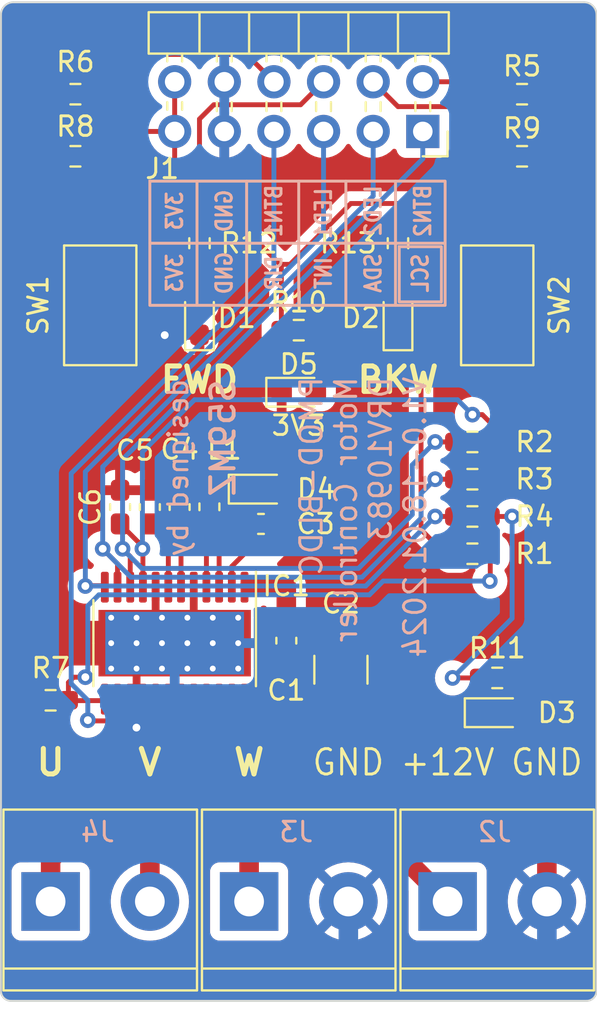
<source format=kicad_pcb>
(kicad_pcb (version 20221018) (generator pcbnew)
  (title_block (title "PMOD - BLDC") (date "2024-01-16") (rev "1.0") (company "S59MZ"))
  (layers (0 "F.Cu" signal) (31 "B.Cu" signal) (34 "B.Paste" user) (35 "F.Paste" user) (36 "B.SilkS" user "B.Silkscreen") (37 "F.SilkS" user "F.Silkscreen") (38 "B.Mask" user) (39 "F.Mask" user) (44 "Edge.Cuts" user))
  (net 0 "")
  (net 1 "+12V")
  (net 2 "Net-(IC1-VCP)")
  (net 3 "GND")
  (net 4 "Net-(IC1-CPN)")
  (net 5 "Net-(IC1-CPP)")
  (net 6 "Net-(IC1-V1P8)")
  (net 7 "/v3p3")
  (net 8 "Net-(D2-A)")
  (net 9 "Net-(D3-A)")
  (net 10 "Net-(D5-A)")
  (net 11 "Net-(IC1-SW)")
  (net 12 "/scl")
  (net 13 "/sda")
  (net 14 "/int")
  (net 15 "/speed")
  (net 16 "/dir")
  (net 17 "/U")
  (net 18 "/V")
  (net 19 "/W")
  (net 20 "/led1")
  (net 21 "/led2")
  (net 22 "Net-(J1-Pin_2)")
  (net 23 "Net-(J1-Pin_8)")
  (net 24 "+3V3")
  (net 25 "/btn1")
  (net 26 "/btn2")
  (net 27 "Net-(D4-K)")
  (net 28 "Net-(D1-A)")
  (footprint "Resistor_SMD:R_0603_1608Metric_Pad0.98x0.95mm_HandSolder" (layer "F.Cu") (at 101.6 86.233 180)
    (fp_text reference "R7" (at 0 1.651) (layer "F.SilkS"))
    (fp_text value "4k7")
    (pad "1" smd roundrect (at -0.9125 0 180) (size 0.975 0.95) (layers "F.Cu" "F.Paste" "F.Mask") (net 15 "/speed"))
    (pad "2" smd roundrect (at 0.9125 0 180) (size 0.975 0.95) (layers "F.Cu" "F.Paste" "F.Mask") (net 3 "GND"))
  )
  (footprint "Resistor_SMD:R_0603_1608Metric_Pad0.98x0.95mm_HandSolder" (layer "F.Cu") (at 123.19 73.025 180)
    (fp_text reference "R2" (at -3.175 0) (layer "F.SilkS"))
    (fp_text value "4k7")
    (pad "1" smd roundrect (at -0.9125 0 180) (size 0.975 0.95) (layers "F.Cu" "F.Paste" "F.Mask") (net 7 "/v3p3"))
    (pad "2" smd roundrect (at 0.9125 0 180) (size 0.975 0.95) (layers "F.Cu" "F.Paste" "F.Mask") (net 12 "/scl"))
  )
  (footprint "LED_SMD:LED_0603_1608Metric_Pad1.05x0.95mm_HandSolder" (layer "F.Cu") (at 109.22 66.675 90)
    (fp_text reference "D1" (at 0 1.905) (layer "F.SilkS"))
    (fp_text value "Red")
    (pad "1" smd roundrect (at -0.875 0 90) (size 1.05 0.95) (layers "F.Cu" "F.Paste" "F.Mask") (net 3 "GND"))
    (pad "2" smd roundrect (at 0.875 0 90) (size 1.05 0.95) (layers "F.Cu" "F.Paste" "F.Mask") (net 28 "Net-(D1-A)"))
  )
  (footprint "LED_SMD:LED_0603_1608Metric_Pad1.05x0.95mm_HandSolder" (layer "F.Cu") (at 124.46 86.868)
    (fp_text reference "D3" (at 3.048 0) (layer "F.SilkS"))
    (fp_text value "Green")
    (pad "1" smd roundrect (at -0.875 0) (size 1.05 0.95) (layers "F.Cu" "F.Paste" "F.Mask") (net 3 "GND"))
    (pad "2" smd roundrect (at 0.875 0) (size 1.05 0.95) (layers "F.Cu" "F.Paste" "F.Mask") (net 9 "Net-(D3-A)"))
  )
  (footprint "Capacitor_SMD:C_0603_1608Metric_Pad1.08x0.95mm_HandSolder" (layer "F.Cu") (at 106.68 76.3535 -90)
    (fp_text reference "C5" (at -2.8945 0.762) (layer "F.SilkS"))
    (fp_text value "1u")
    (pad "1" smd roundrect (at -0.8625 0 270) (size 1.075 0.95) (layers "F.Cu" "F.Paste" "F.Mask") (net 3 "GND"))
    (pad "2" smd roundrect (at 0.8625 0 270) (size 1.075 0.95) (layers "F.Cu" "F.Paste" "F.Mask") (net 6 "Net-(IC1-V1P8)"))
  )
  (footprint "Button_Switch_SMD:SW_SPST_CK_RS282G05A3" (layer "F.Cu") (at 104.14 66.04 -90)
    (fp_text reference "SW1" (at 0 3.175 90) (layer "F.SilkS"))
    (fp_text value "BTN1")
    (pad "1" smd rect (at -3.9 0 270) (size 1.5 1.5) (layers "F.Cu" "F.Paste" "F.Mask") (net 25 "/btn1"))
    (pad "2" smd rect (at 3.9 0 270) (size 1.5 1.5) (layers "F.Cu" "F.Paste" "F.Mask") (net 3 "GND"))
  )
  (footprint "Library:PinHeader_2x06_P2.54mm_Horizontal" (layer "F.Cu") (at 120.65 57.15 90)
    (fp_text reference "J1" (at -1.905 -13.335) (layer "F.SilkS"))
    (fp_text value "pmod")
    (pad "1" thru_hole rect (at 0 0 90) (size 1.7 1.7) (drill 1) (layers "*.Cu" "*.Mask") (net 12 "/scl"))
    (pad "2" thru_hole oval (at 2.54 0 90) (size 1.7 1.7) (drill 1) (layers "*.Cu" "*.Mask") (net 22 "Net-(J1-Pin_2)"))
    (pad "3" thru_hole oval (at 0 -2.54 90) (size 1.7 1.7) (drill 1) (layers "*.Cu" "*.Mask") (net 13 "/sda"))
    (pad "4" thru_hole oval (at 2.54 -2.54 90) (size 1.7 1.7) (drill 1) (layers "*.Cu" "*.Mask") (net 21 "/led2"))
    (pad "5" thru_hole oval (at 0 -5.08 90) (size 1.7 1.7) (drill 1) (layers "*.Cu" "*.Mask") (net 14 "/int"))
    (pad "6" thru_hole oval (at 2.54 -5.08 90) (size 1.7 1.7) (drill 1) (layers "*.Cu" "*.Mask") (net 20 "/led1"))
    (pad "7" thru_hole oval (at 0 -7.62 90) (size 1.7 1.7) (drill 1) (layers "*.Cu" "*.Mask") (net 16 "/dir"))
    (pad "8" thru_hole oval (at 2.54 -7.62 90) (size 1.7 1.7) (drill 1) (layers "*.Cu" "*.Mask") (net 23 "Net-(J1-Pin_8)"))
    (pad "9" thru_hole oval (at 0 -10.16 90) (size 1.7 1.7) (drill 1) (layers "*.Cu" "*.Mask") (net 3 "GND"))
    (pad "10" thru_hole oval (at 2.54 -10.16 90) (size 1.7 1.7) (drill 1) (layers "*.Cu" "*.Mask") (net 3 "GND"))
    (pad "11" thru_hole oval (at 0 -12.7 90) (size 1.7 1.7) (drill 1) (layers "*.Cu" "*.Mask") (net 24 "+3V3"))
    (pad "12" thru_hole oval (at 2.54 -12.7 90) (size 1.7 1.7) (drill 1) (layers "*.Cu" "*.Mask") (net 24 "+3V3"))
  )
  (footprint "Resistor_SMD:R_0603_1608Metric_Pad0.98x0.95mm_HandSolder" (layer "F.Cu") (at 125.73 55.245)
    (fp_text reference "R5" (at 0 -1.43) (layer "F.SilkS"))
    (fp_text value "4k7")
    (pad "1" smd roundrect (at -0.9125 0) (size 0.975 0.95) (layers "F.Cu" "F.Paste" "F.Mask") (net 22 "Net-(J1-Pin_2)"))
    (pad "2" smd roundrect (at 0.9125 0) (size 0.975 0.95) (layers "F.Cu" "F.Paste" "F.Mask") (net 26 "/btn2"))
  )
  (footprint "Library:TerminalBlock_bornier-2_P5.08mm" (layer "F.Cu") (at 121.92 96.52)
    (fp_text reference "J2" (at 2.413 -3.556) (layer "B.SilkS") (effects (justify mirror)))
    (fp_text value "8-28V")
    (pad "1" thru_hole rect (at 0 0) (size 3 3) (drill 1.52) (layers "*.Cu" "*.Mask") (net 1 "+12V"))
    (pad "2" thru_hole circle (at 5.08 0) (size 3 3) (drill 1.52) (layers "*.Cu" "*.Mask") (net 3 "GND"))
  )
  (footprint "Capacitor_SMD:C_0603_1608Metric_Pad1.08x0.95mm_HandSolder" (layer "F.Cu") (at 112.3685 77.216)
    (fp_text reference "C3" (at 2.794 0) (layer "F.SilkS"))
    (fp_text value "100n")
    (pad "1" smd roundrect (at -0.8625 0) (size 1.075 0.95) (layers "F.Cu" "F.Paste" "F.Mask") (net 4 "Net-(IC1-CPN)"))
    (pad "2" smd roundrect (at 0.8625 0) (size 1.075 0.95) (layers "F.Cu" "F.Paste" "F.Mask") (net 5 "Net-(IC1-CPP)"))
  )
  (footprint "Resistor_SMD:R_0603_1608Metric_Pad0.98x0.95mm_HandSolder" (layer "F.Cu") (at 123.19 78.74 180)
    (fp_text reference "R1" (at -3.175 0) (layer "F.SilkS"))
    (fp_text value "0")
    (pad "1" smd roundrect (at -0.9125 0 180) (size 0.975 0.95) (layers "F.Cu" "F.Paste" "F.Mask") (net 15 "/speed"))
    (pad "2" smd roundrect (at 0.9125 0 180) (size 0.975 0.95) (layers "F.Cu" "F.Paste" "F.Mask") (net 21 "/led2"))
  )
  (footprint "Diode_SMD:D_0603_1608Metric_Pad1.05x0.95mm_HandSolder" (layer "F.Cu") (at 112.381 75.438)
    (fp_text reference "D4" (at 2.808 0) (layer "F.SilkS"))
    (fp_text value "4V")
    (pad "1" smd roundrect (at -0.875 0) (size 1.05 0.95) (layers "F.Cu" "F.Paste" "F.Mask") (net 27 "Net-(D4-K)"))
    (pad "2" smd roundrect (at 0.875 0) (size 1.05 0.95) (layers "F.Cu" "F.Paste" "F.Mask") (net 3 "GND"))
  )
  (footprint "Library:TerminalBlock_bornier-2_P5.08mm" (layer "F.Cu") (at 101.6 96.52)
    (fp_text reference "J4" (at 2.413 -3.556) (layer "B.SilkS") (effects (justify mirror)))
    (fp_text value "Motor")
    (pad "1" thru_hole rect (at 0 0) (size 3 3) (drill 1.52) (layers "*.Cu" "*.Mask") (net 17 "/U"))
    (pad "2" thru_hole circle (at 5.08 0) (size 3 3) (drill 1.52) (layers "*.Cu" "*.Mask") (net 18 "/V"))
  )
  (footprint "Resistor_SMD:R_0603_1608Metric_Pad0.98x0.95mm_HandSolder" (layer "F.Cu") (at 109.22 62.865 -90)
    (fp_text reference "R12" (at 0 -2.54) (layer "F.SilkS"))
    (fp_text value "4k7")
    (pad "1" smd roundrect (at -0.9125 0 270) (size 0.975 0.95) (layers "F.Cu" "F.Paste" "F.Mask") (net 20 "/led1"))
    (pad "2" smd roundrect (at 0.9125 0 270) (size 0.975 0.95) (layers "F.Cu" "F.Paste" "F.Mask") (net 28 "Net-(D1-A)"))
  )
  (footprint "Capacitor_SMD:C_1210_3225Metric_Pad1.33x2.70mm_HandSolder" (layer "F.Cu") (at 116.459 84.6705 90)
    (fp_text reference "C2" (at 3.3905 0) (layer "F.SilkS"))
    (fp_text value "10u")
    (pad "1" smd roundrect (at -1.5625 0 90) (size 1.325 2.7) (layers "F.Cu" "F.Paste" "F.Mask") (roundrect_rratio 0.1886792453) (net 1 "+12V"))
    (pad "2" smd roundrect (at 1.5625 0 90) (size 1.325 2.7) (layers "F.Cu" "F.Paste" "F.Mask") (roundrect_rratio 0.1886792453) (net 3 "GND"))
  )
  (footprint "Resistor_SMD:R_0603_1608Metric_Pad0.98x0.95mm_HandSolder" (layer "F.Cu") (at 123.19 74.93 180)
    (fp_text reference "R3" (at -3.175 0) (layer "F.SilkS"))
    (fp_text value "4k7")
    (pad "1" smd roundrect (at -0.9125 0 180) (size 0.975 0.95) (layers "F.Cu" "F.Paste" "F.Mask") (net 7 "/v3p3"))
    (pad "2" smd roundrect (at 0.9125 0 180) (size 0.975 0.95) (layers "F.Cu" "F.Paste" "F.Mask") (net 13 "/sda"))
  )
  (footprint "Capacitor_SMD:C_0603_1608Metric_Pad1.08x0.95mm_HandSolder" (layer "F.Cu") (at 105.156 76.3535 -90)
    (fp_text reference "C6" (at 0 1.524 90) (layer "F.SilkS"))
    (fp_text value "1u")
    (pad "1" smd roundrect (at -0.8625 0 270) (size 1.075 0.95) (layers "F.Cu" "F.Paste" "F.Mask") (net 3 "GND"))
    (pad "2" smd roundrect (at 0.8625 0 270) (size 1.075 0.95) (layers "F.Cu" "F.Paste" "F.Mask") (net 7 "/v3p3"))
  )
  (footprint "Resistor_SMD:R_0603_1608Metric_Pad0.98x0.95mm_HandSolder" (layer "F.Cu") (at 114.3 67.31)
    (fp_text reference "R10" (at 0 -1.43) (layer "F.SilkS"))
    (fp_text value "4k7")
    (pad "1" smd roundrect (at -0.9125 0) (size 0.975 0.95) (layers "F.Cu" "F.Paste" "F.Mask") (net 24 "+3V3"))
    (pad "2" smd roundrect (at 0.9125 0) (size 0.975 0.95) (layers "F.Cu" "F.Paste" "F.Mask") (net 10 "Net-(D5-A)"))
  )
  (footprint "Resistor_SMD:R_0603_1608Metric_Pad0.98x0.95mm_HandSolder" (layer "F.Cu") (at 123.19 76.835 180)
    (fp_text reference "R4" (at -3.175 0) (layer "F.SilkS"))
    (fp_text value "4k7")
    (pad "1" smd roundrect (at -0.9125 0 180) (size 0.975 0.95) (layers "F.Cu" "F.Paste" "F.Mask") (net 7 "/v3p3"))
    (pad "2" smd roundrect (at 0.9125 0 180) (size 0.975 0.95) (layers "F.Cu" "F.Paste" "F.Mask") (net 14 "/int"))
  )
  (footprint "Capacitor_SMD:C_0603_1608Metric_Pad1.08x0.95mm_HandSolder" (layer "F.Cu") (at 108.204 76.3535 -90)
    (fp_text reference "C4" (at -2.9475 0) (layer "F.SilkS"))
    (fp_text value "10u")
    (pad "1" smd roundrect (at -0.8625 0 270) (size 1.075 0.95) (layers "F.Cu" "F.Paste" "F.Mask") (net 3 "GND"))
    (pad "2" smd roundrect (at 0.8625 0 270) (size 1.075 0.95) (layers "F.Cu" "F.Paste" "F.Mask") (net 27 "Net-(D4-K)"))
  )
  (footprint "LED_SMD:LED_0603_1608Metric_Pad1.05x0.95mm_HandSolder" (layer "F.Cu") (at 119.38 66.675 90)
    (fp_text reference "D2" (at 0 -1.905) (layer "F.SilkS"))
    (fp_text value "Blue")
    (pad "1" smd roundrect (at -0.875 0 90) (size 1.05 0.95) (layers "F.Cu" "F.Paste" "F.Mask") (net 3 "GND"))
    (pad "2" smd roundrect (at 0.875 0 90) (size 1.05 0.95) (layers "F.Cu" "F.Paste" "F.Mask") (net 8 "Net-(D2-A)"))
  )
  (footprint "Resistor_SMD:R_0603_1608Metric_Pad0.98x0.95mm_HandSolder" (layer "F.Cu") (at 119.38 62.865 -90)
    (fp_text reference "R13" (at 0 2.54) (layer "F.SilkS"))
    (fp_text value "4k7")
    (pad "1" smd roundrect (at -0.9125 0 270) (size 0.975 0.95) (layers "F.Cu" "F.Paste" "F.Mask") (net 21 "/led2"))
    (pad "2" smd roundrect (at 0.9125 0 270) (size 0.975 0.95) (layers "F.Cu" "F.Paste" "F.Mask") (net 8 "Net-(D2-A)"))
  )
  (footprint "LED_SMD:LED_0603_1608Metric_Pad1.05x0.95mm_HandSolder" (layer "F.Cu") (at 114.3 70.485)
    (fp_text reference "D5" (at 0 -1.43) (layer "F.SilkS"))
    (fp_text value "Yellow")
    (pad "1" smd roundrect (at -0.875 0) (size 1.05 0.95) (layers "F.Cu" "F.Paste" "F.Mask") (net 3 "GND"))
    (pad "2" smd roundrect (at 0.875 0) (size 1.05 0.95) (layers "F.Cu" "F.Paste" "F.Mask") (net 10 "Net-(D5-A)"))
  )
  (footprint "Resistor_SMD:R_0603_1608Metric_Pad0.98x0.95mm_HandSolder" (layer "F.Cu") (at 102.87 58.42 180)
    (fp_text reference "R8" (at 0 1.524) (layer "F.SilkS"))
    (fp_text value "4k7")
    (pad "1" smd roundrect (at -0.9125 0 180) (size 0.975 0.95) (layers "F.Cu" "F.Paste" "F.Mask") (net 24 "+3V3"))
    (pad "2" smd roundrect (at 0.9125 0 180) (size 0.975 0.95) (layers "F.Cu" "F.Paste" "F.Mask") (net 25 "/btn1"))
  )
  (footprint "Package_SO:HTSSOP-24-1EP_4.4x7.8mm_P0.65mm_EP3.4x7.8mm_Mask2.4x4.68mm_ThermalVias" (layer "F.Cu") (at 107.95 83.312 -90)
    (fp_text reference "IC1" (at -2.921 -5.715 -180) (layer "F.SilkS"))
    (fp_text value "DRV10983PWP")
    (pad "1" smd roundrect (at -2.8625 -3.575 270) (size 1.575 0.4) (layers "F.Cu" "F.Paste" "F.Mask") (net 2 "Net-(IC1-VCP)"))
    (pad "2" smd roundrect (at -2.8625 -2.925 270) (size 1.575 0.4) (layers "F.Cu" "F.Paste" "F.Mask") (net 5 "Net-(IC1-CPP)"))
    (pad "3" smd roundrect (at -2.8625 -2.275 270) (size 1.575 0.4) (layers "F.Cu" "F.Paste" "F.Mask") (net 4 "Net-(IC1-CPN)"))
    (pad "4" smd roundrect (at -2.8625 -1.625 270) (size 1.575 0.4) (layers "F.Cu" "F.Paste" "F.Mask") (net 11 "Net-(IC1-SW)"))
    (pad "5" smd roundrect (at -2.8625 -0.975 270) (size 1.575 0.4) (layers "F.Cu" "F.Paste" "F.Mask") (net 3 "GND"))
    (pad "6" smd roundrect (at -2.8625 -0.325 270) (size 1.575 0.4) (layers "F.Cu" "F.Paste" "F.Mask") (net 27 "Net-(D4-K)"))
    (pad "7" smd roundrect (at -2.8625 0.325 270) (size 1.575 0.4) (layers "F.Cu" "F.Paste" "F.Mask") (net 6 "Net-(IC1-V1P8)"))
    (pad "8" smd roundrect (at -2.8625 0.975 270) (size 1.575 0.4) (layers "F.Cu" "F.Paste" "F.Mask") (net 3 "GND"))
    (pad "9" smd roundrect (at -2.8625 1.625 270) (size 1.575 0.4) (layers "F.Cu" "F.Paste" "F.Mask") (net 7 "/v3p3"))
    (pad "10" smd roundrect (at -2.8625 2.275 270) (size 1.575 0.4) (layers "F.Cu" "F.Paste" "F.Mask") (net 12 "/scl"))
    (pad "11" smd roundrect (at -2.8625 2.925 270) (size 1.575 0.4) (layers "F.Cu" "F.Paste" "F.Mask") (net 13 "/sda"))
    (pad "12" smd roundrect (at -2.8625 3.575 270) (size 1.575 0.4) (layers "F.Cu" "F.Paste" "F.Mask") (net 14 "/int"))
    (pad "13" smd roundrect (at 2.8625 3.575 270) (size 1.575 0.4) (layers "F.Cu" "F.Paste" "F.Mask") (net 15 "/speed"))
    (pad "14" smd roundrect (at 2.8625 2.925 270) (size 1.575 0.4) (layers "F.Cu" "F.Paste" "F.Mask") (net 16 "/dir"))
    (pad "15" smd roundrect (at 2.8625 2.275 270) (size 1.575 0.4) (layers "F.Cu" "F.Paste" "F.Mask") (net 3 "GND"))
    (pad "16" smd roundrect (at 2.8625 1.625 270) (size 1.575 0.4) (layers "F.Cu" "F.Paste" "F.Mask") (net 3 "GND"))
    (pad "17" smd roundrect (at 2.8625 0.975 270) (size 1.575 0.4) (layers "F.Cu" "F.Paste" "F.Mask") (net 17 "/U"))
    (pad "18" smd roundrect (at 2.8625 0.325 270) (size 1.575 0.4) (layers "F.Cu" "F.Paste" "F.Mask") (net 17 "/U"))
    (pad "19" smd roundrect (at 2.8625 -0.325 270) (size 1.575 0.4) (layers "F.Cu" "F.Paste" "F.Mask") (net 18 "/V"))
    (pad "20" smd roundrect (at 2.8625 -0.975 270) (size 1.575 0.4) (layers "F.Cu" "F.Paste" "F.Mask") (net 18 "/V"))
    (pad "21" smd roundrect (at 2.8625 -1.625 270) (size 1.575 0.4) (layers "F.Cu" "F.Paste" "F.Mask") (net 19 "/W"))
    (pad "22" smd roundrect (at 2.8625 -2.275 270) (size 1.575 0.4) (layers "F.Cu" "F.Paste" "F.Mask") (net 19 "/W"))
    (pad "23" smd roundrect (at 2.8625 -2.925 270) (size 1.575 0.4) (layers "F.Cu" "F.Paste" "F.Mask") (net 1 "+12V"))
    (pad "24" smd roundrect (at 2.8625 -3.575 270) (size 1.575 0.4) (layers "F.Cu" "F.Paste" "F.Mask") (net 1 "+12V"))
    (pad "25" thru_hole circle (at -1.3 -3.25 270) (size 0.6 0.6) (drill 0.3) (layers "*.Cu") (net 3 "GND"))
    (pad "25" thru_hole circle (at -1.3 -1.95 270) (size 0.6 0.6) (drill 0.3) (layers "*.Cu") (net 3 "GND"))
    (pad "25" thru_hole circle (at -1.3 -0.65 270) (size 0.6 0.6) (drill 0.3) (layers "*.Cu") (net 3 "GND"))
    (pad "25" thru_hole circle (at -1.3 0.65 270) (size 0.6 0.6) (drill 0.3) (layers "*.Cu") (net 3 "GND"))
    (pad "25" thru_hole circle (at -1.3 1.95 270) (size 0.6 0.6) (drill 0.3) (layers "*.Cu") (net 3 "GND"))
    (pad "25" thru_hole circle (at -1.3 3.25 270) (size 0.6 0.6) (drill 0.3) (layers "*.Cu") (net 3 "GND"))
    (pad "25" thru_hole circle (at 0 -3.25 270) (size 0.6 0.6) (drill 0.3) (layers "*.Cu") (net 3 "GND"))
    (pad "25" thru_hole circle (at 0 -1.95 270) (size 0.6 0.6) (drill 0.3) (layers "*.Cu") (net 3 "GND"))
    (pad "25" thru_hole circle (at 0 -0.65 270) (size 0.6 0.6) (drill 0.3) (layers "*.Cu") (net 3 "GND"))
    (pad "25" smd rect (at 0 0 270) (size 3.2 7.1) (layers "B.Cu") (net 3 "GND"))
    (pad "25" smd rect (at 0 0 270) (size 3.4 7.8) (layers "F.Cu") (net 3 "GND"))
    (pad "25" thru_hole circle (at 0 0.65 270) (size 0.6 0.6) (drill 0.3) (layers "*.Cu") (net 3 "GND"))
    (pad "25" thru_hole circle (at 0 1.95 270) (size 0.6 0.6) (drill 0.3) (layers "*.Cu") (net 3 "GND"))
    (pad "25" thru_hole circle (at 0 3.25 270) (size 0.6 0.6) (drill 0.3) (layers "*.Cu") (net 3 "GND"))
    (pad "25" thru_hole circle (at 1.3 -3.25 270) (size 0.6 0.6) (drill 0.3) (layers "*.Cu") (net 3 "GND"))
    (pad "25" thru_hole circle (at 1.3 -1.95 270) (size 0.6 0.6) (drill 0.3) (layers "*.Cu") (net 3 "GND"))
    (pad "25" thru_hole circle (at 1.3 -0.65 270) (size 0.6 0.6) (drill 0.3) (layers "*.Cu") (net 3 "GND"))
    (pad "25" thru_hole circle (at 1.3 0.65 270) (size 0.6 0.6) (drill 0.3) (layers "*.Cu") (net 3 "GND"))
    (pad "25" thru_hole circle (at 1.3 1.95 270) (size 0.6 0.6) (drill 0.3) (layers "*.Cu") (net 3 "GND"))
    (pad "25" thru_hole circle (at 1.3 3.25 270) (size 0.6 0.6) (drill 0.3) (layers "*.Cu") (net 3 "GND"))
  )
  (footprint "Button_Switch_SMD:SW_SPST_CK_RS282G05A3" (layer "F.Cu") (at 124.46 66.04 -90)
    (fp_text reference "SW2" (at 0 -3.175 90) (layer "F.SilkS"))
    (fp_text value "BTN1")
    (pad "1" smd rect (at -3.9 0 270) (size 1.5 1.5) (layers "F.Cu" "F.Paste" "F.Mask") (net 26 "/btn2"))
    (pad "2" smd rect (at 3.9 0 270) (size 1.5 1.5) (layers "F.Cu" "F.Paste" "F.Mask") (net 3 "GND"))
  )
  (footprint "Resistor_SMD:R_0603_1608Metric_Pad0.98x0.95mm_HandSolder" (layer "F.Cu") (at 102.87 55.245 180)
    (fp_text reference "R6" (at 0 1.651) (layer "F.SilkS"))
    (fp_text value "4k7")
    (pad "1" smd roundrect (at -0.9125 0 180) (size 0.975 0.95) (layers "F.Cu" "F.Paste" "F.Mask") (net 23 "Net-(J1-Pin_8)"))
    (pad "2" smd roundrect (at 0.9125 0 180) (size 0.975 0.95) (layers "F.Cu" "F.Paste" "F.Mask") (net 25 "/btn1"))
  )
  (footprint "Capacitor_SMD:C_0603_1608Metric_Pad1.08x0.95mm_HandSolder" (layer "F.Cu") (at 113.665 83.185 90)
    (fp_text reference "C1" (at -2.54 0) (layer "F.SilkS"))
    (fp_text value "100n")
    (pad "1" smd roundrect (at -0.8625 0 90) (size 1.075 0.95) (layers "F.Cu" "F.Paste" "F.Mask") (net 1 "+12V"))
    (pad "2" smd roundrect (at 0.8625 0 90) (size 1.075 0.95) (layers "F.Cu" "F.Paste" "F.Mask") (net 2 "Net-(IC1-VCP)"))
  )
  (footprint "Inductor_SMD:L_0603_1608Metric_Pad1.05x0.95mm_HandSolder" (layer "F.Cu") (at 109.728 76.341 -90)
    (fp_text reference "L1" (at -2.935 -0.762) (layer "F.SilkS"))
    (fp_text value "47u")
    (pad "1" smd roundrect (at -0.875 0 270) (size 1.05 0.95) (layers "F.Cu" "F.Paste" "F.Mask") (net 27 "Net-(D4-K)"))
    (pad "2" smd roundrect (at 0.875 0 270) (size 1.05 0.95) (layers "F.Cu" "F.Paste" "F.Mask") (net 11 "Net-(IC1-SW)"))
  )
  (footprint "Resistor_SMD:R_0603_1608Metric_Pad0.98x0.95mm_HandSolder" (layer "F.Cu") (at 124.46 85.09)
    (fp_text reference "R11" (at 0 -1.524) (layer "F.SilkS"))
    (fp_text value "4k7")
    (pad "1" smd roundrect (at -0.9125 0) (size 0.975 0.95) (layers "F.Cu" "F.Paste" "F.Mask") (net 7 "/v3p3"))
    (pad "2" smd roundrect (at 0.9125 0) (size 0.975 0.95) (layers "F.Cu" "F.Paste" "F.Mask") (net 9 "Net-(D3-A)"))
  )
  (footprint "Resistor_SMD:R_0603_1608Metric_Pad0.98x0.95mm_HandSolder" (layer "F.Cu") (at 125.73 58.42)
    (fp_text reference "R9" (at 0 -1.43) (layer "F.SilkS"))
    (fp_text value "4k7")
    (pad "1" smd roundrect (at -0.9125 0) (size 0.975 0.95) (layers "F.Cu" "F.Paste" "F.Mask") (net 24 "+3V3"))
    (pad "2" smd roundrect (at 0.9125 0) (size 0.975 0.95) (layers "F.Cu" "F.Paste" "F.Mask") (net 26 "/btn2"))
  )
  (footprint "Library:TerminalBlock_bornier-2_P5.08mm" (layer "F.Cu") (at 111.76 96.52)
    (fp_text reference "J3" (at 2.413 -3.556) (layer "B.SilkS") (effects (justify mirror)))
    (fp_text value "motor")
    (pad "1" thru_hole rect (at 0 0) (size 3 3) (drill 1.52) (layers "*.Cu" "*.Mask") (net 19 "/W"))
    (pad "2" thru_hole circle (at 5.08 0) (size 3 3) (drill 1.52) (layers "*.Cu" "*.Mask") (net 3 "GND"))
  )
  (gr_line (start 114.3 59.69) (end 114.3 66.04) (stroke (width 0.15)) (layer "B.SilkS"))
  (gr_rect (start 121.6025 63.0428) (end 119.4435 65.8622) (stroke (width 0.15)) (fill none) (layer "B.SilkS"))
  (gr_rect (start 121.793 59.69) (end 106.68 66.04) (stroke (width 0.15)) (fill none) (layer "B.SilkS"))
  (gr_line (start 119.253 59.69) (end 119.253 66.04) (stroke (width 0.15)) (layer "B.SilkS"))
  (gr_line (start 116.713 59.69) (end 116.713 66.04) (stroke (width 0.15)) (layer "B.SilkS"))
  (gr_line (start 121.793 62.865) (end 106.68 62.865) (stroke (width 0.15)) (layer "B.SilkS"))
  (gr_line (start 109.093 59.69) (end 109.093 66.04) (stroke (width 0.15)) (layer "B.SilkS"))
  (gr_line (start 111.633 59.69) (end 111.633 66.04) (stroke (width 0.15)) (layer "B.SilkS"))
  (gr_line (start 129.54 101.092) (end 129.54 51.181) (stroke (width 0.1)) (layer "Edge.Cuts"))
  (gr_arc (start 128.905 50.546) (mid 129.354013 50.731987) (end 129.54 51.181) (stroke (width 0.1)) (layer "Edge.Cuts"))
  (gr_arc (start 129.54 101.092) (mid 129.39121 101.45121) (end 129.032 101.6) (stroke (width 0.1)) (layer "Edge.Cuts"))
  (gr_line (start 128.905 50.546) (end 99.695 50.546) (stroke (width 0.1)) (layer "Edge.Cuts"))
  (gr_arc (start 99.568 101.6) (mid 99.20879 101.45121) (end 99.06 101.092) (stroke (width 0.1)) (layer "Edge.Cuts"))
  (gr_arc (start 99.06 51.181) (mid 99.245987 50.731987) (end 99.695 50.546) (stroke (width 0.1)) (layer "Edge.Cuts"))
  (gr_line (start 99.568 101.6) (end 129.032 101.6) (stroke (width 0.1)) (layer "Edge.Cuts"))
  (gr_line (start 99.06 51.181) (end 99.06 101.092) (stroke (width 0.1)) (layer "Edge.Cuts"))
  (gr_text "SCL" (at 120.523 64.389 90) (layer "B.SilkS") (effects (font (size 0.8 0.7)) (justify mirror)))
  (gr_text "S59MZ" (at 111.125 69.723 90) (layer "B.SilkS") (effects (font (size 1.2 1.2) (thickness 0.2) bold) (justify left bottom mirror)))
  (gr_text "LED2" (at 118.11 61.214 90) (layer "B.SilkS") (effects (font (size 0.8 0.7)) (justify mirror)))
  (gr_text "DIR" (at 113.03 64.389 90) (layer "B.SilkS") (effects (font (size 0.8 0.7)) (justify mirror)))
  (gr_text "GND" (at 110.49 61.214 90) (layer "B.SilkS") (effects (font (size 0.8 0.7)) (justify mirror)))
  (gr_text "PMOD-BLDC\nMotor Controller\nDRV10983\nV1.0-18.01.2024" (at 120.904 69.596 90) (layer "B.SilkS") (effects (font (size 1.1 1.1)) (justify left bottom mirror)))
  (gr_text "SDA" (at 118.11 64.389 90) (layer "B.SilkS") (effects (font (size 0.8 0.7)) (justify mirror)))
  (gr_text "BTN2" (at 120.65 61.214 90) (layer "B.SilkS") (effects (font (size 0.8 0.7)) (justify mirror)))
  (gr_text "BTN1" (at 113.03 61.214 90) (layer "B.SilkS") (effects (font (size 0.8 0.7)) (justify mirror)))
  (gr_text "INT" (at 115.57 64.389 90) (layer "B.SilkS") (effects (font (size 0.8 0.7)) (justify mirror)))
  (gr_text "3V3" (at 107.95 64.389 90) (layer "B.SilkS") (effects (font (size 0.8 0.7)) (justify mirror)))
  (gr_text "designed by" (at 108.712 69.723 90) (layer "B.SilkS") (effects (font (size 1 1)) (justify left bottom mirror)))
  (gr_text "GND" (at 110.49 64.389 90) (layer "B.SilkS") (effects (font (size 0.8 0.7)) (justify mirror)))
  (gr_text "3V3" (at 107.95 61.214 90) (layer "B.SilkS") (effects (font (size 0.8 0.7)) (justify mirror)))
  (gr_text "LED1" (at 115.57 61.341 90) (layer "B.SilkS") (effects (font (size 0.8 0.7)) (justify mirror)))
  (gr_text "GND" (at 116.84 90.17) (layer "F.SilkS") (effects (font (size 1.3 1.2)) (justify bottom)))
  (gr_text "+12V" (at 121.92 90.17) (layer "F.SilkS") (effects (font (size 1.3 1.2)) (justify bottom)))
  (gr_text "BKW" (at 119.38 70.612) (layer "F.SilkS") (effects (font (size 1.3 1.3) (thickness 0.26) bold) (justify bottom)))
  (gr_text "GND" (at 127 90.17) (layer "F.SilkS") (effects (font (size 1.3 1.2)) (justify bottom)))
  (gr_text "V" (at 106.68 90.17) (layer "F.SilkS") (effects (font (size 1.3 1.3) (thickness 0.26) bold) (justify bottom)))
  (gr_text "U" (at 101.6 90.17) (layer "F.SilkS") (effects (font (size 1.3 1.3) (thickness 0.26) bold) (justify bottom)))
  (gr_text "3V3" (at 114.3 72.771) (layer "F.SilkS") (effects (font (size 1 1)) (justify bottom)))
  (gr_text "FWD" (at 109.22 70.612) (layer "F.SilkS") (effects (font (size 1.3 1.3) (thickness 0.26) bold) (justify bottom)))
  (gr_text "W" (at 111.76 90.17) (layer "F.SilkS") (effects (font (size 1.3 1.3) (thickness 0.26) bold) (justify bottom)))
  (segment (start 121.92 96.52) (end 116.459 91.059) (width 1) (layer "F.Cu") (net 1))
  (segment (start 113.665 86.233) (end 111.167 86.233) (width 1) (layer "F.Cu") (net 1))
  (segment (start 111.525 86.25) (end 111.15 86.25) (width 1) (layer "F.Cu") (net 1))
  (segment (start 116.459 86.233) (end 113.665 86.233) (width 1) (layer "F.Cu") (net 1))
  (segment (start 116.459 91.059) (end 116.459 86.233) (width 1) (layer "F.Cu") (net 1))
  (segment (start 111.167 86.233) (end 111.15 86.25) (width 1) (layer "F.Cu") (net 1))
  (segment (start 113.665 84.0475) (end 113.665 86.233) (width 1) (layer "F.Cu") (net 1))
  (segment (start 113.665 82.3225) (end 113.665 80.391) (width 1) (layer "F.Cu") (net 2))
  (segment (start 113.665 80.391) (end 111.8 80.391) (width 1) (layer "F.Cu") (net 2))
  (segment (start 111.8 80.391) (end 111.8 80.374) (width 1) (layer "F.Cu") (net 2))
  (segment (start 108.204 75.491) (end 108.204 73.025) (width 0.5) (layer "F.Cu") (net 3))
  (segment (start 108.925 80.374) (end 108.925 82.337) (width 0.4) (layer "F.Cu") (net 3))
  (segment (start 108.925 82.337) (end 107.95 83.312) (width 0.4) (layer "F.Cu") (net 3))
  (segment (start 117.094 72.517) (end 116.459 73.152) (width 0.4) (layer "F.Cu") (net 3))
  (segment (start 106 84.612) (end 106 86.1687) (width 0.4) (layer "F.Cu") (net 3))
  (segment (start 104.14 72.009) (end 105.156 73.025) (width 0.4) (layer "F.Cu") (net 3))
  (segment (start 109.22 72.898) (end 109.347 73.025) (width 0.4) (layer "F.Cu") (net 3))
  (segment (start 116.509 83.058) (end 116.459 83.108) (width 1) (layer "F.Cu") (net 3))
  (segment (start 116.459 83.108) (end 116.459 82.423) (width 1) (layer "F.Cu") (net 3))
  (segment (start 113.425 72.884) (end 113.284 73.025) (width 0.4) (layer "F.Cu") (net 3))
  (segment (start 105.675 86.1745) (end 105.9942 86.1745) (width 0.4) (layer "F.Cu") (net 3))
  (segment (start 127 84.836) (end 127 83.82) (width 1) (layer "F.Cu") (net 3))
  (segment (start 106.68 75.491) (end 106.68 73.025) (width 0.5) (layer "F.Cu") (net 3))
  (segment (start 106.68 73.025) (end 108.204 73.025) (width 2.28) (layer "F.Cu") (net 3))
  (segment (start 119.38 67.55) (end 117.235 67.55) (width 0.4) (layer "F.Cu") (net 3))
  (segment (start 116.459 73.152) (end 116.459 82.423) (width 2.28) (layer "F.Cu") (net 3))
  (segment (start 120.142 83.185) (end 120.015 83.058) (width 0.4) (layer "F.Cu") (net 3))
  (segment (start 100.838 83.312) (end 100.838 73.025) (width 2.28) (layer "F.Cu") (net 3))
  (segment (start 113.284 73.025) (end 116.332 73.025) (width 2.28) (layer "F.Cu") (net 3))
  (segment (start 105.156 75.491) (end 105.156 73.025) (width 0.5) (layer "F.Cu") (net 3))
  (segment (start 109.22 67.55) (end 107.456 67.55) (width 0.4) (layer "F.Cu") (net 3))
  (segment (start 120.015 83.058) (end 116.509 83.058) (width 1) (layer "F.Cu") (net 3))
  (segment (start 106.975 82.337) (end 107.95 83.312) (width 0.4) (layer "F.Cu") (net 3))
  (segment (start 127 83.82) (end 126.238 83.058) (width 1) (layer "F.Cu") (net 3))
  (segment (start 124.46 69.94) (end 127 72.48) (width 0.4) (layer "F.Cu") (net 3))
  (segment (start 109.347 73.025) (end 113.284 73.025) (width 2.28) (layer "F.Cu") (net 3))
  (segment (start 127 96.52) (end 127 84.836) (width 1) (layer "F.Cu") (net 3))
  (segment (start 105.675 83.312) (end 107.95 83.312) (width 0.4) (layer "F.Cu") (net 3))
  (segment (start 126.238 83.058) (end 120.015 83.058) (width 1) (layer "F.Cu") (net 3))
  (segment (start 104.14 69.94) (end 104.14 72.009) (width 0.4) (layer "F.Cu") (net 3))
  (segment (start 109.22 67.55) (end 109.22 72.898) (width 0.4) (layer "F.Cu") (net 3))
  (segment (start 116.332 73.025) (end 116.459 73.152) (width 2.28) (layer "F.Cu") (net 3))
  (segment (start 106.975 80.374) (end 106.975 82.337) (width 0.4) (layer "F.Cu") (net 3))
  (segment (start 100.838 73.025) (end 105.156 73.025) (width 2.28) (layer "F.Cu") (net 3))
  (segment (start 123.585 86.868) (end 120.904 86.868) (width 0.4) (layer "F.Cu") (net 3))
  (segment (start 117.235 67.55) (end 117.094 67.691) (width 0.4) (layer "F.Cu") (net 3))
  (segment (start 117.094 67.691) (end 117.094 72.517) (width 0.4) (layer "F.Cu") (net 3))
  (segment (start 105.9942 86.1745) (end 106 86.1687) (width 1) (layer "F.Cu") (net 3))
  (segment (start 107.95 83.312) (end 100.838 83.312) (width 2.28) (layer "F.Cu") (net 3))
  (segment (start 100.6875 86.233) (end 100.6875 83.4625) (width 0.4) (layer "F.Cu") (net 3))
  (segment (start 120.142 86.106) (end 120.142 83.185) (width 0.4) (layer "F.Cu") (net 3))
  (segment (start 108.204 73.025) (end 109.347 73.025) (width 2.28) (layer "F.Cu") (net 3))
  (segment (start 127 72.48) (end 127 84.836) (width 0.4) (layer "F.Cu") (net 3))
  (segment (start 107.456 67.55) (end 107.442 67.564) (width 0.4) (layer "F.Cu") (net 3))
  (segment (start 105.9942 87.63) (end 105.9942 86.1745) (width 1) (layer "F.Cu") (net 3))
  (segment (start 113.256 73.053) (end 113.284 73.025) (width 0.5) (layer "F.Cu") (net 3))
  (segment (start 120.904 86.868) (end 120.142 86.106) (width 0.4) (layer "F.Cu") (net 3))
  (segment (start 105.156 73.025) (end 106.68 73.025) (width 2.28) (layer "F.Cu") (net 3))
  (segment (start 113.256 75.438) (end 113.256 73.053) (width 0.5) (layer "F.Cu") (net 3))
  (segment (start 105.9942 86.1745) (end 106.325 86.1745) (width 0.4) (layer "F.Cu") (net 3))
  (segment (start 100.6875 83.4625) (end 100.838 83.312) (width 0.4) (layer "F.Cu") (net 3))
  (segment (start 113.425 70.485) (end 113.425 72.884) (width 0.4) (layer "F.Cu") (net 3))
  (via (at 105.9942 87.63) (size 0.8) (drill 0.4) (layers "F.Cu" "B.Cu") (net 3))
  (via (at 107.442 67.564) (size 0.8) (drill 0.4) (layers "F.Cu" "B.Cu") (net 3))
  (segment (start 107.442 67.564) (end 107.442 62.611) (width 0.4) (layer "B.Cu") (net 3))
  (segment (start 116.84 99.695) (end 116.84 96.52) (width 1) (layer "B.Cu") (net 3))
  (segment (start 127 99.695) (end 116.84 99.695) (width 1) (layer "B.Cu") (net 3))
  (segment (start 110.49 57.15) (end 110.49 54.61) (width 0.4) (layer "B.Cu") (net 3))
  (segment (start 110.49 59.563) (end 110.49 57.15) (width 0.4) (layer "B.Cu") (net 3))
  (segment (start 107.442 62.611) (end 110.49 59.563) (width 0.4) (layer "B.Cu") (net 3))
  (segment (start 127 96.52) (end 127 99.695) (width 1) (layer "B.Cu") (net 3))
  (segment (start 110.225 80.374) (end 110.225 78.497) (width 0.25) (layer "F.Cu") (net 4))
  (segment (start 110.225 78.497) (end 111.506 77.216) (width 0.25) (layer "F.Cu") (net 4))
  (segment (start 112.776 78.74) (end 113.231 78.285) (width 0.25) (layer "F.Cu") (net 5))
  (segment (start 110.875 79.3865) (end 111.5215 78.74) (width 0.25) (layer "F.Cu") (net 5))
  (segment (start 111.5215 78.74) (end 112.776 78.74) (width 0.25) (layer "F.Cu") (net 5))
  (segment (start 113.231 78.285) (end 113.231 77.216) (width 0.25) (layer "F.Cu") (net 5))
  (segment (start 110.875 80.374) (end 110.875 79.3865) (width 0.25) (layer "F.Cu") (net 5))
  (segment (start 107.625 78.161) (end 106.68 77.216) (width 0.25) (layer "F.Cu") (net 6))
  (segment (start 107.625 80.374) (end 107.625 78.161) (width 0.25) (layer "F.Cu") (net 6))
  (segment (start 106.299 78.359) (end 105.156 77.216) (width 0.25) (layer "F.Cu") (net 7))
  (segment (start 123.698 71.628) (end 124.1025 72.0325) (width 0.25) (layer "F.Cu") (net 7))
  (segment (start 124.1025 76.835) (end 125.222 76.835) (width 0.25) (layer "F.Cu") (net 7))
  (segment (start 106.325 78.512) (end 106.325 80.374) (width 0.25) (layer "F.Cu") (net 7))
  (segment (start 124.1025 72.0325) (end 124.1025 73.025) (width 0.25) (layer "F.Cu") (net 7))
  (segment (start 123.5475 85.09) (end 122.174 85.09) (width 0.25) (layer "F.Cu") (net 7))
  (segment (start 124.1025 74.93) (end 124.1025 73.025) (width 0.25) (layer "F.Cu") (net 7))
  (segment (start 106.299 78.486) (end 106.325 78.512) (width 0.25) (layer "F.Cu") (net 7))
  (segment (start 124.1025 76.835) (end 124.1025 74.93) (width 0.25) (layer "F.Cu") (net 7))
  (segment (start 106.299 78.486) (end 106.299 78.359) (width 0.25) (layer "F.Cu") (net 7))
  (segment (start 123.19 71.628) (end 123.698 71.628) (width 0.25) (layer "F.Cu") (net 7))
  (via (at 122.174 85.09) (size 0.8) (drill 0.4) (layers "F.Cu" "B.Cu") (net 7))
  (via (at 125.222 76.835) (size 0.8) (drill 0.4) (layers "F.Cu" "B.Cu") (net 7))
  (via (at 106.299 78.486) (size 0.8) (drill 0.4) (layers "F.Cu" "B.Cu") (net 7))
  (via (at 123.19 71.628) (size 0.8) (drill 0.4) (layers "F.Cu" "B.Cu") (net 7))
  (segment (start 106.299 73.535792) (end 106.299 78.486) (width 0.25) (layer "B.Cu") (net 7))
  (segment (start 125.222 76.835) (end 125.222 82.042) (width 0.25) (layer "B.Cu") (net 7))
  (segment (start 108.967396 70.867396) (end 106.299 73.535792) (width 0.25) (layer "B.Cu") (net 7))
  (segment (start 125.222 82.042) (end 122.174 85.09) (width 0.25) (layer "B.Cu") (net 7))
  (segment (start 122.429396 70.867396) (end 108.967396 70.867396) (width 0.25) (layer "B.Cu") (net 7))
  (segment (start 123.19 71.628) (end 122.429396 70.867396) (width 0.25) (layer "B.Cu") (net 7))
  (segment (start 119.38 63.7775) (end 119.38 65.8) (width 0.25) (layer "F.Cu") (net 8))
  (segment (start 125.3725 85.09) (end 125.3725 86.8305) (width 0.25) (layer "F.Cu") (net 9))
  (segment (start 125.3725 86.8305) (end 125.335 86.868) (width 0.25) (layer "F.Cu") (net 9))
  (segment (start 115.175 67.3475) (end 115.2125 67.31) (width 0.25) (layer "F.Cu") (net 10))
  (segment (start 115.175 70.485) (end 115.175 67.3475) (width 0.25) (layer "F.Cu") (net 10))
  (segment (start 109.575 80.374) (end 109.575 77.369) (width 0.25) (layer "F.Cu") (net 11))
  (segment (start 109.575 77.369) (end 109.728 77.216) (width 0.25) (layer "F.Cu") (net 11))
  (segment (start 105.675 78.878) (end 105.675 80.374) (width 0.25) (layer "F.Cu") (net 12))
  (segment (start 105.283 78.486) (end 105.675 78.878) (width 0.25) (layer "F.Cu") (net 12))
  (segment (start 122.2775 73.025) (end 121.285 73.025) (width 0.25) (layer "F.Cu") (net 12))
  (via (at 105.283 78.486) (size 0.8) (drill 0.4) (layers "F.Cu" "B.Cu") (net 12))
  (via (at 121.285 73.025) (size 0.8) (drill 0.4) (layers "F.Cu" "B.Cu") (net 12))
  (segment (start 105.283 73.915396) (end 120.65 58.548396) (width 0.25) (layer "B.Cu") (net 12))
  (segment (start 105.283 78.486) (end 105.283 73.915396) (width 0.25) (layer "B.Cu") (net 12))
  (segment (start 120.11 76.737208) (end 120.11 74.2) (width 0.25) (layer "B.Cu") (net 12))
  (segment (start 120.11 74.2) (end 121.285 73.025) (width 0.25) (layer "B.Cu") (net 12))
  (segment (start 106.278695 79.491) (end 117.356208 79.491) (width 0.25) (layer "B.Cu") (net 12))
  (segment (start 105.283 78.486) (end 105.283 78.495305) (width 0.25) (layer "B.Cu") (net 12))
  (segment (start 105.283 78.495305) (end 106.278695 79.491) (width 0.25) (layer "B.Cu") (net 12))
  (segment (start 117.356208 79.491) (end 120.11 76.737208) (width 0.25) (layer "B.Cu") (net 12))
  (segment (start 120.65 58.548396) (end 120.65 57.15) (width 0.25) (layer "B.Cu") (net 12))
  (segment (start 105.025 80.374) (end 105.025 79.253305) (width 0.25) (layer "F.Cu") (net 13))
  (segment (start 105.025 79.253305) (end 104.267 78.495305) (width 0.25) (layer "F.Cu") (net 13))
  (segment (start 104.267 78.495305) (end 104.267 78.486) (width 0.25) (layer "F.Cu") (net 13))
  (segment (start 122.2775 74.93) (end 121.285 74.93) (width 0.25) (layer "F.Cu") (net 13))
  (via (at 121.285 74.93) (size 0.8) (drill 0.4) (layers "F.Cu" "B.Cu") (net 13))
  (via (at 104.267 78.486) (size 0.8) (drill 0.4) (layers "F.Cu" "B.Cu") (net 13))
  (segment (start 104.267 78.486) (end 104.267 78.495305) (width 0.25) (layer "B.Cu") (net 13))
  (segment (start 104.267 78.495305) (end 105.712695 79.941) (width 0.25) (layer "B.Cu") (net 13))
  (segment (start 120.56 75.655) (end 121.285 74.93) (width 0.25) (layer "B.Cu") (net 13))
  (segment (start 105.712695 79.941) (end 117.542604 79.941) (width 0.25) (layer "B.Cu") (net 13))
  (segment (start 118.11 60.452) (end 118.11 57.15) (width 0.25) (layer "B.Cu") (net 13))
  (segment (start 117.542604 79.941) (end 120.56 76.923604) (width 0.25) (layer "B.Cu") (net 13))
  (segment (start 104.267 78.486) (end 104.267 74.295) (width 0.25) (layer "B.Cu") (net 13))
  (segment (start 120.56 76.923604) (end 120.56 75.655) (width 0.25) (layer "B.Cu") (net 13))
  (segment (start 104.267 74.295) (end 118.11 60.452) (width 0.25) (layer "B.Cu") (net 13))
  (segment (start 104.375 80.374) (end 103.395 80.374) (width 0.25) (layer "F.Cu") (net 14))
  (segment (start 103.395 80.374) (end 103.378 80.391) (width 0.25) (layer "F.Cu") (net 14))
  (segment (start 122.2775 76.835) (end 121.285 76.835) (width 0.25) (layer "F.Cu") (net 14))
  (via (at 103.378 80.391) (size 0.8) (drill 0.4) (layers "F.Cu" "B.Cu") (net 14))
  (via (at 121.285 76.835) (size 0.8) (drill 0.4) (layers "F.Cu" "B.Cu") (net 14))
  (segment (start 103.378 80.391) (end 117.729 80.391) (width 0.25) (layer "B.Cu") (net 14))
  (segment (start 115.57 62.355604) (end 115.57 57.15) (width 0.25) (layer "B.Cu") (net 14))
  (segment (start 103.378 80.391) (end 103.378 74.547604) (width 0.25) (layer "B.Cu") (net 14))
  (segment (start 117.729 80.391) (end 121.285 76.835) (width 0.25) (layer "B.Cu") (net 14))
  (segment (start 103.378 74.547604) (end 115.57 62.355604) (width 0.25) (layer "B.Cu") (net 14))
  (segment (start 124.1025 80.1135) (end 124.079 80.137) (width 0.25) (layer "F.Cu") (net 15))
  (segment (start 124.1025 78.74) (end 124.1025 80.1135) (width 0.25) (layer "F.Cu") (net 15))
  (segment (start 103.3775 85.0515) (end 102.7815 85.0515) (width 0.25) (layer "F.Cu") (net 15))
  (segment (start 102.7815 85.0515) (end 102.5125 85.3205) (width 0.25) (layer "F.Cu") (net 15))
  (segment (start 102.5125 85.3205) (end 102.5125 86.233) (width 0.25) (layer "F.Cu") (net 15))
  (segment (start 102.5295 86.25) (end 102.5125 86.233) (width 0.25) (layer "F.Cu") (net 15))
  (segment (start 104.375 86.25) (end 102.5295 86.25) (width 0.25) (layer "F.Cu") (net 15))
  (via (at 124.079 80.137) (size 0.8) (drill 0.4) (layers "F.Cu" "B.Cu") (net 15))
  (via (at 103.3775 85.0515) (size 0.8) (drill 0.4) (layers "F.Cu" "B.Cu") (net 15))
  (segment (start 103.505 84.924) (end 103.505 81.407) (width 0.25) (layer "B.Cu") (net 15))
  (segment (start 104.071 80.841) (end 117.915396 80.841) (width 0.25) (layer "B.Cu") (net 15))
  (segment (start 117.915396 80.841) (end 118.619396 80.137) (width 0.25) (layer "B.Cu") (net 15))
  (segment (start 103.505 81.407) (end 104.071 80.841) (width 0.25) (layer "B.Cu") (net 15))
  (segment (start 103.3775 85.0515) (end 103.505 84.924) (width 0.25) (layer "B.Cu") (net 15))
  (segment (start 118.619396 80.137) (end 124.079 80.137) (width 0.25) (layer "B.Cu") (net 15))
  (segment (start 104.653812 87.287) (end 105.025 86.915812) (width 0.25) (layer "F.Cu") (net 16))
  (segment (start 103.543 87.287) (end 104.653812 87.287) (width 0.25) (layer "F.Cu") (net 16))
  (segment (start 105.025 86.915812) (end 105.025 86.25) (width 0.25) (layer "F.Cu") (net 16))
  (segment (start 103.505 87.249) (end 103.543 87.287) (width 0.25) (layer "F.Cu") (net 16))
  (via (at 103.505 87.249) (size 0.8) (drill 0.4) (layers "F.Cu" "B.Cu") (net 16))
  (segment (start 102.653 85.381) (end 102.653 74.636208) (width 0.25) (layer "B.Cu") (net 16))
  (segment (start 102.653 74.636208) (end 113.03 64.259208) (width 0.25) (layer "B.Cu") (net 16))
  (segment (start 113.03 64.259208) (end 113.03 57.15) (width 0.25) (layer "B.Cu") (net 16))
  (segment (start 103.505 87.249) (end 103.505 86.233) (width 0.25) (layer "B.Cu") (net 16))
  (segment (start 103.505 86.233) (end 102.653 85.381) (width 0.25) (layer "B.Cu") (net 16))
  (segment (start 101.6 96.52) (end 101.6 94.361) (width 1) (layer "F.Cu") (net 17))
  (segment (start 107.625 86.25) (end 107.332 86.25) (width 0.25) (layer "F.Cu") (net 17))
  (segment (start 107.298 86.25) (end 107.315 86.233) (width 0.25) (layer "F.Cu") (net 17))
  (segment (start 107.332 86.25) (end 107.315 86.233) (width 0.25) (layer "F.Cu") (net 17))
  (segment (start 101.6 94.361) (end 107.315 88.646) (width 1) (layer "F.Cu") (net 17))
  (segment (start 106.975 86.25) (end 107.298 86.25) (width 0.25) (layer "F.Cu") (net 17))
  (segment (start 107.315 88.646) (end 107.315 86.233) (width 1) (layer "F.Cu") (net 17))
  (segment (start 106.68 96.52) (end 106.68 91.44) (width 1) (layer "F.Cu") (net 18))
  (segment (start 108.65 89.47) (end 108.65 86.25) (width 1) (layer "F.Cu") (net 18))
  (segment (start 108.925 86.25) (end 108.65 86.25) (width 0.25) (layer "F.Cu") (net 18))
  (segment (start 108.275 86.25) (end 108.65 86.25) (width 0.25) (layer "F.Cu") (net 18))
  (segment (start 106.68 91.44) (end 108.65 89.47) (width 1) (layer "F.Cu") (net 18))
  (segment (start 110.225 86.25) (end 109.95 86.25) (width 0.25) (layer "F.Cu") (net 19))
  (segment (start 109.95 89.249) (end 109.95 86.25) (width 1) (layer "F.Cu") (net 19))
  (segment (start 111.76 91.059) (end 109.95 89.249) (width 1) (layer "F.Cu") (net 19))
  (segment (start 111.76 96.52) (end 111.76 91.059) (width 1) (layer "F.Cu") (net 19))
  (segment (start 109.575 86.25) (end 109.95 86.25) (width 0.25) (layer "F.Cu") (net 19))
  (segment (start 109.22 56.515) (end 109.95 55.785) (width 0.25) (layer "F.Cu") (net 20))
  (segment (start 114.395 55.785) (end 115.57 54.61) (width 0.25) (layer "F.Cu") (net 20))
  (segment (start 109.95 55.785) (end 114.395 55.785) (width 0.25) (layer "F.Cu") (net 20))
  (segment (start 109.22 61.9525) (end 109.22 56.515) (width 0.25) (layer "F.Cu") (net 20))
  (segment (start 120.56 62.0425) (end 120.65 61.9525) (width 0.25) (layer "F.Cu") (net 21))
  (segment (start 118.11 54.61) (end 119.38 55.88) (width 0.25) (layer "F.Cu") (net 21))
  (segment (start 125.73 58.042924) (end 125.73 59.055) (width 0.25) (layer "F.Cu") (net 21))
  (segment (start 120.56 77.51) (end 120.56 73.75) (width 0.25) (layer "F.Cu") (net 21))
  (segment (start 122.9125 59.69) (end 120.65 61.9525) (width 0.25) (layer "F.Cu") (net 21))
  (segment (start 119.38 55.88) (end 123.567076 55.88) (width 0.25) (layer "F.Cu") (net 21))
  (segment (start 120.65 61.9525) (end 119.38 61.9525) (width 0.25) (layer "F.Cu") (net 21))
  (segment (start 123.567076 55.88) (end 125.73 58.042924) (width 0.25) (layer "F.Cu") (net 21))
  (segment (start 125.095 59.69) (end 122.9125 59.69) (width 0.25) (layer "F.Cu") (net 21))
  (segment (start 120.56 73.75) (end 120.65 73.66) (width 0.25) (layer "F.Cu") (net 21))
  (segment (start 121.79 78.74) (end 120.56 77.51) (width 0.25) (layer "F.Cu") (net 21))
  (segment (start 125.73 59.055) (end 125.095 59.69) (width 0.25) (layer "F.Cu") (net 21))
  (segment (start 120.65 73.66) (end 120.56 73.57) (width 0.25) (layer "F.Cu") (net 21))
  (segment (start 120.56 73.57) (end 120.56 62.0425) (width 0.25) (layer "F.Cu") (net 21))
  (segment (start 122.2775 78.74) (end 121.79 78.74) (width 0.25) (layer "F.Cu") (net 21))
  (segment (start 124.8175 55.245) (end 122.936 55.245) (width 0.25) (layer "F.Cu") (net 22))
  (segment (start 122.936 55.245) (end 122.301 54.61) (width 0.25) (layer "F.Cu") (net 22))
  (segment (start 122.301 54.61) (end 120.65 54.61) (width 0.25) (layer "F.Cu") (net 22))
  (segment (start 111.633 53.213) (end 113.03 54.61) (width 0.25) (layer "F.Cu") (net 23))
  (segment (start 104.394 53.213) (end 111.633 53.213) (width 0.25) (layer "F.Cu") (net 23))
  (segment (start 103.7825 53.8245) (end 104.394 53.213) (width 0.25) (layer "F.Cu") (net 23))
  (segment (start 103.7825 55.245) (end 103.7825 53.8245) (width 0.25) (layer "F.Cu") (net 23))
  (segment (start 107.95 62.23) (end 107.95 57.15) (width 0.25) (layer "F.Cu") (net 24))
  (segment (start 123.317 58.42) (end 120.904 60.833) (width 0.25) (layer "F.Cu") (net 24))
  (segment (start 113.3875 67.31) (end 113.411 67.2865) (width 0.25) (layer "F.Cu") (net 24))
  (segment (start 112.268 62.865) (end 108.585 62.865) (width 0.25) (layer "F.Cu") (net 24))
  (segment (start 103.7825 58.42) (end 103.7825 57.7615) (width 0.25) (layer "F.Cu") (net 24))
  (segment (start 107.95 54.61) (end 107.95 57.15) (width 0.25) (layer "F.Cu") (net 24))
  (segment (start 103.7825 57.7615) (end 104.394 57.15) (width 0.25) (layer "F.Cu") (net 24))
  (segment (start 116.967 60.833) (end 113.8555 63.9445) (width 0.25) (layer "F.Cu") (net 24))
  (segment (start 113.8555 63.9445) (end 113.3475 63.9445) (width 0.25) (layer "F.Cu") (net 24))
  (segment (start 113.411 67.2865) (end 113.411 64.008) (width 0.25) (layer "F.Cu") (net 24))
  (segment (start 104.394 57.15) (end 107.95 57.15) (width 0.25) (layer "F.Cu") (net 24))
  (segment (start 120.904 60.833) (end 116.967 60.833) (width 0.25) (layer "F.Cu") (net 24))
  (segment (start 113.411 64.008) (end 113.3475 63.9445) (width 0.25) (layer "F.Cu") (net 24))
  (segment (start 108.585 62.865) (end 107.95 62.23) (width 0.25) (layer "F.Cu") (net 24))
  (segment (start 124.8175 58.42) (end 123.317 58.42) (width 0.25) (layer "F.Cu") (net 24))
  (segment (start 113.3475 63.9445) (end 112.268 62.865) (width 0.25) (layer "F.Cu") (net 24))
  (segment (start 102.78 62.14) (end 104.14 62.14) (width 0.25) (layer "F.Cu") (net 25))
  (segment (start 101.9575 61.3175) (end 102.78 62.14) (width 0.25) (layer "F.Cu") (net 25))
  (segment (start 101.9575 58.42) (end 101.9575 61.3175) (width 0.25) (layer "F.Cu") (net 25))
  (segment (start 101.9575 55.245) (end 101.9575 58.42) (width 0.25) (layer "F.Cu") (net 25))
  (segment (start 125.947 62.14) (end 126.6425 61.4445) (width 0.25) (layer "F.Cu") (net 26))
  (segment (start 124.46 62.14) (end 125.947 62.14) (width 0.25) (layer "F.Cu") (net 26))
  (segment (start 126.6425 61.4445) (end 126.6425 58.42) (width 0.25) (layer "F.Cu") (net 26))
  (segment (start 126.6425 55.245) (end 126.6425 58.42) (width 0.25) (layer "F.Cu") (net 26))
  (segment (start 108.204 76.99) (end 109.728 75.466) (width 0.25) (layer "F.Cu") (net 27))
  (segment (start 109.728 75.466) (end 111.478 75.466) (width 0.25) (layer "F.Cu") (net 27))
  (segment (start 108.204 77.216) (end 108.204 76.99) (width 0.25) (layer "F.Cu") (net 27))
  (segment (start 108.275 80.374) (end 108.275 77.287) (width 0.25) (layer "F.Cu") (net 27))
  (segment (start 108.275 77.287) (end 108.204 77.216) (width 0.25) (layer "F.Cu") (net 27))
  (segment (start 111.478 75.466) (end 111.506 75.438) (width 0.25) (layer "F.Cu") (net 27))
  (segment (start 109.22 63.7775) (end 109.22 65.8) (width 0.25) (layer "F.Cu") (net 28))
  (zone (net 3) (net_name "GND") (layers "F&B.Cu") (connect_pads (clearance 0.5)) (min_thickness 0.25) (fill yes (thermal_gap 0.5) (thermal_bridge_width 0.5))
    (polygon (pts (xy 129.54 50.546) (xy 129.54 101.6) (xy 99.06 101.6) (xy 99.06 50.546)))
  )
)
</source>
